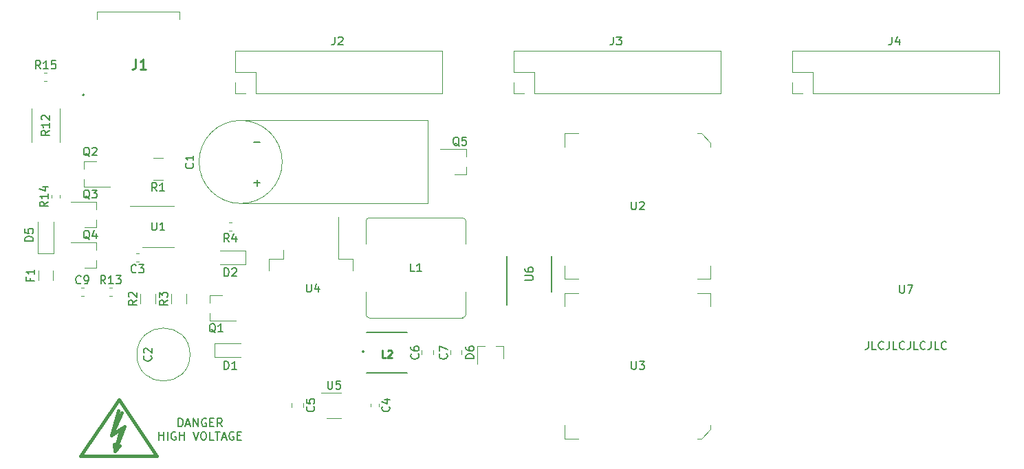
<source format=gbr>
G04 #@! TF.GenerationSoftware,KiCad,Pcbnew,5.1.4*
G04 #@! TF.CreationDate,2019-08-29T18:54:14+02:00*
G04 #@! TF.ProjectId,NixieClock,4e697869-6543-46c6-9f63-6b2e6b696361,rev?*
G04 #@! TF.SameCoordinates,Original*
G04 #@! TF.FileFunction,Legend,Top*
G04 #@! TF.FilePolarity,Positive*
%FSLAX46Y46*%
G04 Gerber Fmt 4.6, Leading zero omitted, Abs format (unit mm)*
G04 Created by KiCad (PCBNEW 5.1.4) date 2019-08-29 18:54:14*
%MOMM*%
%LPD*%
G04 APERTURE LIST*
%ADD10C,0.150000*%
%ADD11C,0.120000*%
%ADD12C,0.381000*%
%ADD13C,0.100000*%
%ADD14C,0.200000*%
%ADD15C,0.254000*%
%ADD16C,0.225000*%
G04 APERTURE END LIST*
D10*
X55333333Y-168127380D02*
X55333333Y-167127380D01*
X55571428Y-167127380D01*
X55714285Y-167175000D01*
X55809523Y-167270238D01*
X55857142Y-167365476D01*
X55904761Y-167555952D01*
X55904761Y-167698809D01*
X55857142Y-167889285D01*
X55809523Y-167984523D01*
X55714285Y-168079761D01*
X55571428Y-168127380D01*
X55333333Y-168127380D01*
X56285714Y-167841666D02*
X56761904Y-167841666D01*
X56190476Y-168127380D02*
X56523809Y-167127380D01*
X56857142Y-168127380D01*
X57190476Y-168127380D02*
X57190476Y-167127380D01*
X57761904Y-168127380D01*
X57761904Y-167127380D01*
X58761904Y-167175000D02*
X58666666Y-167127380D01*
X58523809Y-167127380D01*
X58380952Y-167175000D01*
X58285714Y-167270238D01*
X58238095Y-167365476D01*
X58190476Y-167555952D01*
X58190476Y-167698809D01*
X58238095Y-167889285D01*
X58285714Y-167984523D01*
X58380952Y-168079761D01*
X58523809Y-168127380D01*
X58619047Y-168127380D01*
X58761904Y-168079761D01*
X58809523Y-168032142D01*
X58809523Y-167698809D01*
X58619047Y-167698809D01*
X59238095Y-167603571D02*
X59571428Y-167603571D01*
X59714285Y-168127380D02*
X59238095Y-168127380D01*
X59238095Y-167127380D01*
X59714285Y-167127380D01*
X60714285Y-168127380D02*
X60380952Y-167651190D01*
X60142857Y-168127380D02*
X60142857Y-167127380D01*
X60523809Y-167127380D01*
X60619047Y-167175000D01*
X60666666Y-167222619D01*
X60714285Y-167317857D01*
X60714285Y-167460714D01*
X60666666Y-167555952D01*
X60619047Y-167603571D01*
X60523809Y-167651190D01*
X60142857Y-167651190D01*
X52952380Y-169777380D02*
X52952380Y-168777380D01*
X52952380Y-169253571D02*
X53523809Y-169253571D01*
X53523809Y-169777380D02*
X53523809Y-168777380D01*
X54000000Y-169777380D02*
X54000000Y-168777380D01*
X55000000Y-168825000D02*
X54904761Y-168777380D01*
X54761904Y-168777380D01*
X54619047Y-168825000D01*
X54523809Y-168920238D01*
X54476190Y-169015476D01*
X54428571Y-169205952D01*
X54428571Y-169348809D01*
X54476190Y-169539285D01*
X54523809Y-169634523D01*
X54619047Y-169729761D01*
X54761904Y-169777380D01*
X54857142Y-169777380D01*
X55000000Y-169729761D01*
X55047619Y-169682142D01*
X55047619Y-169348809D01*
X54857142Y-169348809D01*
X55476190Y-169777380D02*
X55476190Y-168777380D01*
X55476190Y-169253571D02*
X56047619Y-169253571D01*
X56047619Y-169777380D02*
X56047619Y-168777380D01*
X57142857Y-168777380D02*
X57476190Y-169777380D01*
X57809523Y-168777380D01*
X58333333Y-168777380D02*
X58523809Y-168777380D01*
X58619047Y-168825000D01*
X58714285Y-168920238D01*
X58761904Y-169110714D01*
X58761904Y-169444047D01*
X58714285Y-169634523D01*
X58619047Y-169729761D01*
X58523809Y-169777380D01*
X58333333Y-169777380D01*
X58238095Y-169729761D01*
X58142857Y-169634523D01*
X58095238Y-169444047D01*
X58095238Y-169110714D01*
X58142857Y-168920238D01*
X58238095Y-168825000D01*
X58333333Y-168777380D01*
X59666666Y-169777380D02*
X59190476Y-169777380D01*
X59190476Y-168777380D01*
X59857142Y-168777380D02*
X60428571Y-168777380D01*
X60142857Y-169777380D02*
X60142857Y-168777380D01*
X60714285Y-169491666D02*
X61190476Y-169491666D01*
X60619047Y-169777380D02*
X60952380Y-168777380D01*
X61285714Y-169777380D01*
X62142857Y-168825000D02*
X62047619Y-168777380D01*
X61904761Y-168777380D01*
X61761904Y-168825000D01*
X61666666Y-168920238D01*
X61619047Y-169015476D01*
X61571428Y-169205952D01*
X61571428Y-169348809D01*
X61619047Y-169539285D01*
X61666666Y-169634523D01*
X61761904Y-169729761D01*
X61904761Y-169777380D01*
X62000000Y-169777380D01*
X62142857Y-169729761D01*
X62190476Y-169682142D01*
X62190476Y-169348809D01*
X62000000Y-169348809D01*
X62619047Y-169253571D02*
X62952380Y-169253571D01*
X63095238Y-169777380D02*
X62619047Y-169777380D01*
X62619047Y-168777380D01*
X63095238Y-168777380D01*
D11*
X63000000Y-130380000D02*
X86000000Y-130380000D01*
X86000000Y-140620000D02*
X86000000Y-130400000D01*
X63000000Y-140620000D02*
X86000000Y-140620000D01*
D10*
X64619047Y-138071428D02*
X65380952Y-138071428D01*
X65000000Y-138452380D02*
X65000000Y-137690476D01*
X64619047Y-133071428D02*
X65380952Y-133071428D01*
X140290952Y-157624380D02*
X140290952Y-158338666D01*
X140243333Y-158481523D01*
X140148095Y-158576761D01*
X140005238Y-158624380D01*
X139910000Y-158624380D01*
X141243333Y-158624380D02*
X140767142Y-158624380D01*
X140767142Y-157624380D01*
X142148095Y-158529142D02*
X142100476Y-158576761D01*
X141957619Y-158624380D01*
X141862380Y-158624380D01*
X141719523Y-158576761D01*
X141624285Y-158481523D01*
X141576666Y-158386285D01*
X141529047Y-158195809D01*
X141529047Y-158052952D01*
X141576666Y-157862476D01*
X141624285Y-157767238D01*
X141719523Y-157672000D01*
X141862380Y-157624380D01*
X141957619Y-157624380D01*
X142100476Y-157672000D01*
X142148095Y-157719619D01*
X142862380Y-157624380D02*
X142862380Y-158338666D01*
X142814761Y-158481523D01*
X142719523Y-158576761D01*
X142576666Y-158624380D01*
X142481428Y-158624380D01*
X143814761Y-158624380D02*
X143338571Y-158624380D01*
X143338571Y-157624380D01*
X144719523Y-158529142D02*
X144671904Y-158576761D01*
X144529047Y-158624380D01*
X144433809Y-158624380D01*
X144290952Y-158576761D01*
X144195714Y-158481523D01*
X144148095Y-158386285D01*
X144100476Y-158195809D01*
X144100476Y-158052952D01*
X144148095Y-157862476D01*
X144195714Y-157767238D01*
X144290952Y-157672000D01*
X144433809Y-157624380D01*
X144529047Y-157624380D01*
X144671904Y-157672000D01*
X144719523Y-157719619D01*
X145433809Y-157624380D02*
X145433809Y-158338666D01*
X145386190Y-158481523D01*
X145290952Y-158576761D01*
X145148095Y-158624380D01*
X145052857Y-158624380D01*
X146386190Y-158624380D02*
X145910000Y-158624380D01*
X145910000Y-157624380D01*
X147290952Y-158529142D02*
X147243333Y-158576761D01*
X147100476Y-158624380D01*
X147005238Y-158624380D01*
X146862380Y-158576761D01*
X146767142Y-158481523D01*
X146719523Y-158386285D01*
X146671904Y-158195809D01*
X146671904Y-158052952D01*
X146719523Y-157862476D01*
X146767142Y-157767238D01*
X146862380Y-157672000D01*
X147005238Y-157624380D01*
X147100476Y-157624380D01*
X147243333Y-157672000D01*
X147290952Y-157719619D01*
X148005238Y-157624380D02*
X148005238Y-158338666D01*
X147957619Y-158481523D01*
X147862380Y-158576761D01*
X147719523Y-158624380D01*
X147624285Y-158624380D01*
X148957619Y-158624380D02*
X148481428Y-158624380D01*
X148481428Y-157624380D01*
X149862380Y-158529142D02*
X149814761Y-158576761D01*
X149671904Y-158624380D01*
X149576666Y-158624380D01*
X149433809Y-158576761D01*
X149338571Y-158481523D01*
X149290952Y-158386285D01*
X149243333Y-158195809D01*
X149243333Y-158052952D01*
X149290952Y-157862476D01*
X149338571Y-157767238D01*
X149433809Y-157672000D01*
X149576666Y-157624380D01*
X149671904Y-157624380D01*
X149814761Y-157672000D01*
X149862380Y-157719619D01*
D12*
X43301000Y-171794000D02*
X48000000Y-164809000D01*
X52699000Y-171794000D02*
X43301000Y-171794000D01*
X48000000Y-164809000D02*
X52699000Y-171794000D01*
X47502160Y-171199640D02*
X47400560Y-170300480D01*
X48299720Y-168400560D02*
X47502160Y-171199640D01*
X47100840Y-169200660D02*
X48299720Y-168400560D01*
X47900940Y-166200920D02*
X47100840Y-169200660D01*
X47502160Y-171199640D02*
X48101600Y-170501140D01*
X47100840Y-169200660D02*
X48401320Y-166399040D01*
X48701040Y-168100840D02*
X47100000Y-169200000D01*
X47502160Y-171199640D02*
X48701040Y-168100840D01*
D13*
X55447000Y-117937000D02*
X55447000Y-116937000D01*
X55447000Y-116937000D02*
X45347000Y-116937000D01*
X45347000Y-116937000D02*
X45347000Y-117937000D01*
D14*
X43647000Y-127137000D02*
X43647000Y-127137000D01*
X43647000Y-127337000D02*
X43647000Y-127337000D01*
X43647000Y-127337000D02*
G75*
G02X43647000Y-127137000I0J100000D01*
G01*
X43647000Y-127137000D02*
G75*
G02X43647000Y-127337000I0J-100000D01*
G01*
D11*
X90760000Y-137080000D02*
X89300000Y-137080000D01*
X90760000Y-133920000D02*
X87600000Y-133920000D01*
X90760000Y-133920000D02*
X90760000Y-134850000D01*
X90760000Y-137080000D02*
X90760000Y-136150000D01*
X95330000Y-158240000D02*
X95330000Y-159700000D01*
X92170000Y-158240000D02*
X92170000Y-160400000D01*
X92170000Y-158240000D02*
X93100000Y-158240000D01*
X95330000Y-158240000D02*
X94400000Y-158240000D01*
X45260000Y-148580000D02*
X43800000Y-148580000D01*
X45260000Y-145420000D02*
X42100000Y-145420000D01*
X45260000Y-145420000D02*
X45260000Y-146350000D01*
X45260000Y-148580000D02*
X45260000Y-147650000D01*
D10*
X95752000Y-153094000D02*
X95752000Y-147119000D01*
X101277000Y-151519000D02*
X101277000Y-147119000D01*
D11*
X69290000Y-165238748D02*
X69290000Y-165761252D01*
X70710000Y-165238748D02*
X70710000Y-165761252D01*
X88790000Y-158738748D02*
X88790000Y-159261252D01*
X90210000Y-158738748D02*
X90210000Y-159261252D01*
X75380000Y-163990000D02*
X72950000Y-163990000D01*
X73620000Y-167060000D02*
X75380000Y-167060000D01*
X85290000Y-158738748D02*
X85290000Y-159261252D01*
X86710000Y-158738748D02*
X86710000Y-159261252D01*
D14*
X78500000Y-156500000D02*
X83500000Y-156500000D01*
X83500000Y-161500000D02*
X78500000Y-161500000D01*
X78170000Y-158885000D02*
G75*
G03X78170000Y-158885000I-99000J0D01*
G01*
D11*
X78990000Y-165328733D02*
X78990000Y-165671267D01*
X80010000Y-165328733D02*
X80010000Y-165671267D01*
X59240000Y-151920000D02*
X60700000Y-151920000D01*
X59240000Y-155080000D02*
X62400000Y-155080000D01*
X59240000Y-155080000D02*
X59240000Y-154150000D01*
X59240000Y-151920000D02*
X59240000Y-152850000D01*
X39910000Y-150102064D02*
X39910000Y-148897936D01*
X38090000Y-150102064D02*
X38090000Y-148897936D01*
X45260000Y-143580000D02*
X43800000Y-143580000D01*
X45260000Y-140420000D02*
X42100000Y-140420000D01*
X45260000Y-140420000D02*
X45260000Y-141350000D01*
X45260000Y-143580000D02*
X45260000Y-142650000D01*
X43740000Y-135420000D02*
X45200000Y-135420000D01*
X43740000Y-138580000D02*
X46900000Y-138580000D01*
X43740000Y-138580000D02*
X43740000Y-137650000D01*
X43740000Y-135420000D02*
X43740000Y-136350000D01*
X38828733Y-125510000D02*
X39171267Y-125510000D01*
X38828733Y-124490000D02*
X39171267Y-124490000D01*
X40760000Y-139921267D02*
X40760000Y-139578733D01*
X39740000Y-139921267D02*
X39740000Y-139578733D01*
X46828733Y-152010000D02*
X47171267Y-152010000D01*
X46828733Y-150990000D02*
X47171267Y-150990000D01*
X40710000Y-133052064D02*
X40710000Y-128947936D01*
X37290000Y-133052064D02*
X37290000Y-128947936D01*
X38000000Y-146750000D02*
X38000000Y-142850000D01*
X40000000Y-146750000D02*
X40000000Y-142850000D01*
X38000000Y-146750000D02*
X40000000Y-146750000D01*
X43328733Y-152010000D02*
X43671267Y-152010000D01*
X43328733Y-150990000D02*
X43671267Y-150990000D01*
X62297000Y-127027000D02*
X62297000Y-125697000D01*
X63627000Y-127027000D02*
X62297000Y-127027000D01*
X62297000Y-124427000D02*
X62297000Y-121827000D01*
X64897000Y-124427000D02*
X62297000Y-124427000D01*
X64897000Y-127027000D02*
X64897000Y-124427000D01*
X62297000Y-121827000D02*
X87817000Y-121827000D01*
X64897000Y-127027000D02*
X87817000Y-127027000D01*
X87817000Y-127027000D02*
X87817000Y-121827000D01*
D13*
X102912000Y-151647000D02*
X102912000Y-153297000D01*
X104562000Y-151647000D02*
X102912000Y-151647000D01*
X120862000Y-151647000D02*
X120862000Y-153297000D01*
X119212000Y-151647000D02*
X120862000Y-151647000D01*
X102912000Y-169597000D02*
X102912000Y-167947000D01*
X104562000Y-169597000D02*
X102912000Y-169597000D01*
X120862000Y-168447000D02*
X120862000Y-167947000D01*
X119712000Y-169597000D02*
X120862000Y-168447000D01*
X119212000Y-169597000D02*
X119712000Y-169597000D01*
X102912000Y-149912000D02*
X104562000Y-149912000D01*
X102912000Y-148262000D02*
X102912000Y-149912000D01*
X102912000Y-131962000D02*
X104562000Y-131962000D01*
X102912000Y-133612000D02*
X102912000Y-131962000D01*
X120862000Y-149912000D02*
X119212000Y-149912000D01*
X120862000Y-148262000D02*
X120862000Y-149912000D01*
X119712000Y-131962000D02*
X119212000Y-131962000D01*
X120862000Y-133112000D02*
X119712000Y-131962000D01*
X120862000Y-133612000D02*
X120862000Y-133112000D01*
D11*
X96587000Y-127027000D02*
X96587000Y-125697000D01*
X97917000Y-127027000D02*
X96587000Y-127027000D01*
X96587000Y-124427000D02*
X96587000Y-121827000D01*
X99187000Y-124427000D02*
X96587000Y-124427000D01*
X99187000Y-127027000D02*
X99187000Y-124427000D01*
X96587000Y-121827000D02*
X122107000Y-121827000D01*
X99187000Y-127027000D02*
X122107000Y-127027000D01*
X122107000Y-127027000D02*
X122107000Y-121827000D01*
X130877000Y-127027000D02*
X130877000Y-125697000D01*
X132207000Y-127027000D02*
X130877000Y-127027000D01*
X130877000Y-124427000D02*
X130877000Y-121827000D01*
X133477000Y-124427000D02*
X130877000Y-124427000D01*
X133477000Y-127027000D02*
X133477000Y-124427000D01*
X130877000Y-121827000D02*
X156397000Y-121827000D01*
X133477000Y-127027000D02*
X156397000Y-127027000D01*
X156397000Y-127027000D02*
X156397000Y-121827000D01*
X63622000Y-148137000D02*
X60472000Y-148137000D01*
X63622000Y-146437000D02*
X60472000Y-146437000D01*
X63622000Y-148137000D02*
X63622000Y-146437000D01*
X68257000Y-147427000D02*
X68257000Y-146327000D01*
X66447000Y-147427000D02*
X68257000Y-147427000D01*
X66447000Y-148927000D02*
X66447000Y-147427000D01*
X75037000Y-147427000D02*
X75037000Y-142302000D01*
X76847000Y-147427000D02*
X75037000Y-147427000D01*
X76847000Y-148927000D02*
X76847000Y-147427000D01*
X52832000Y-140917000D02*
X49382000Y-140917000D01*
X52832000Y-140917000D02*
X54782000Y-140917000D01*
X52832000Y-146037000D02*
X50882000Y-146037000D01*
X52832000Y-146037000D02*
X54782000Y-146037000D01*
X56282000Y-152969064D02*
X56282000Y-151764936D01*
X54462000Y-152969064D02*
X54462000Y-151764936D01*
X50652000Y-151764936D02*
X50652000Y-152969064D01*
X52472000Y-151764936D02*
X52472000Y-152969064D01*
X61893267Y-142967000D02*
X61550733Y-142967000D01*
X61893267Y-143987000D02*
X61550733Y-143987000D01*
X53434064Y-135005000D02*
X52229936Y-135005000D01*
X53434064Y-137725000D02*
X52229936Y-137725000D01*
X78832000Y-154707000D02*
G75*
G02X78432000Y-154307000I0J400000D01*
G01*
X78432000Y-142807000D02*
G75*
G02X78832000Y-142407000I400000J0D01*
G01*
X90332000Y-142407000D02*
G75*
G02X90732000Y-142807000I0J-400000D01*
G01*
X90732000Y-154307000D02*
G75*
G02X90332000Y-154707000I-400000J0D01*
G01*
X78432000Y-145557000D02*
X78432000Y-142807000D01*
X90732000Y-145557000D02*
X90732000Y-142807000D01*
X78432000Y-154307000D02*
X78432000Y-151557000D01*
X78832000Y-142407000D02*
X90332000Y-142407000D01*
X90732000Y-154307000D02*
X90732000Y-151557000D01*
X90332000Y-154707000D02*
X78832000Y-154707000D01*
X59822000Y-157867000D02*
X62972000Y-157867000D01*
X59822000Y-159567000D02*
X62972000Y-159567000D01*
X59822000Y-157867000D02*
X59822000Y-159567000D01*
X56770000Y-159250000D02*
G75*
G03X56770000Y-159250000I-3270000J0D01*
G01*
X68120000Y-135500000D02*
G75*
G03X68120000Y-135500000I-5120000J0D01*
G01*
X50454779Y-146777000D02*
X50129221Y-146777000D01*
X50454779Y-147797000D02*
X50129221Y-147797000D01*
D15*
X50076666Y-122804523D02*
X50076666Y-123711666D01*
X50016190Y-123893095D01*
X49895238Y-124014047D01*
X49713809Y-124074523D01*
X49592857Y-124074523D01*
X51346666Y-124074523D02*
X50620952Y-124074523D01*
X50983809Y-124074523D02*
X50983809Y-122804523D01*
X50862857Y-122985952D01*
X50741904Y-123106904D01*
X50620952Y-123167380D01*
D10*
X89904761Y-133547619D02*
X89809523Y-133500000D01*
X89714285Y-133404761D01*
X89571428Y-133261904D01*
X89476190Y-133214285D01*
X89380952Y-133214285D01*
X89428571Y-133452380D02*
X89333333Y-133404761D01*
X89238095Y-133309523D01*
X89190476Y-133119047D01*
X89190476Y-132785714D01*
X89238095Y-132595238D01*
X89333333Y-132500000D01*
X89428571Y-132452380D01*
X89619047Y-132452380D01*
X89714285Y-132500000D01*
X89809523Y-132595238D01*
X89857142Y-132785714D01*
X89857142Y-133119047D01*
X89809523Y-133309523D01*
X89714285Y-133404761D01*
X89619047Y-133452380D01*
X89428571Y-133452380D01*
X90761904Y-132452380D02*
X90285714Y-132452380D01*
X90238095Y-132928571D01*
X90285714Y-132880952D01*
X90380952Y-132833333D01*
X90619047Y-132833333D01*
X90714285Y-132880952D01*
X90761904Y-132928571D01*
X90809523Y-133023809D01*
X90809523Y-133261904D01*
X90761904Y-133357142D01*
X90714285Y-133404761D01*
X90619047Y-133452380D01*
X90380952Y-133452380D01*
X90285714Y-133404761D01*
X90238095Y-133357142D01*
X144145095Y-150676380D02*
X144145095Y-151485904D01*
X144192714Y-151581142D01*
X144240333Y-151628761D01*
X144335571Y-151676380D01*
X144526047Y-151676380D01*
X144621285Y-151628761D01*
X144668904Y-151581142D01*
X144716523Y-151485904D01*
X144716523Y-150676380D01*
X145097476Y-150676380D02*
X145764142Y-150676380D01*
X145335571Y-151676380D01*
X91702380Y-159738095D02*
X90702380Y-159738095D01*
X90702380Y-159500000D01*
X90750000Y-159357142D01*
X90845238Y-159261904D01*
X90940476Y-159214285D01*
X91130952Y-159166666D01*
X91273809Y-159166666D01*
X91464285Y-159214285D01*
X91559523Y-159261904D01*
X91654761Y-159357142D01*
X91702380Y-159500000D01*
X91702380Y-159738095D01*
X90702380Y-158309523D02*
X90702380Y-158500000D01*
X90750000Y-158595238D01*
X90797619Y-158642857D01*
X90940476Y-158738095D01*
X91130952Y-158785714D01*
X91511904Y-158785714D01*
X91607142Y-158738095D01*
X91654761Y-158690476D01*
X91702380Y-158595238D01*
X91702380Y-158404761D01*
X91654761Y-158309523D01*
X91607142Y-158261904D01*
X91511904Y-158214285D01*
X91273809Y-158214285D01*
X91178571Y-158261904D01*
X91130952Y-158309523D01*
X91083333Y-158404761D01*
X91083333Y-158595238D01*
X91130952Y-158690476D01*
X91178571Y-158738095D01*
X91273809Y-158785714D01*
X44404761Y-145047619D02*
X44309523Y-145000000D01*
X44214285Y-144904761D01*
X44071428Y-144761904D01*
X43976190Y-144714285D01*
X43880952Y-144714285D01*
X43928571Y-144952380D02*
X43833333Y-144904761D01*
X43738095Y-144809523D01*
X43690476Y-144619047D01*
X43690476Y-144285714D01*
X43738095Y-144095238D01*
X43833333Y-144000000D01*
X43928571Y-143952380D01*
X44119047Y-143952380D01*
X44214285Y-144000000D01*
X44309523Y-144095238D01*
X44357142Y-144285714D01*
X44357142Y-144619047D01*
X44309523Y-144809523D01*
X44214285Y-144904761D01*
X44119047Y-144952380D01*
X43928571Y-144952380D01*
X45214285Y-144285714D02*
X45214285Y-144952380D01*
X44976190Y-143904761D02*
X44738095Y-144619047D01*
X45357142Y-144619047D01*
X98004380Y-150080904D02*
X98813904Y-150080904D01*
X98909142Y-150033285D01*
X98956761Y-149985666D01*
X99004380Y-149890428D01*
X99004380Y-149699952D01*
X98956761Y-149604714D01*
X98909142Y-149557095D01*
X98813904Y-149509476D01*
X98004380Y-149509476D01*
X98004380Y-148604714D02*
X98004380Y-148795190D01*
X98052000Y-148890428D01*
X98099619Y-148938047D01*
X98242476Y-149033285D01*
X98432952Y-149080904D01*
X98813904Y-149080904D01*
X98909142Y-149033285D01*
X98956761Y-148985666D01*
X99004380Y-148890428D01*
X99004380Y-148699952D01*
X98956761Y-148604714D01*
X98909142Y-148557095D01*
X98813904Y-148509476D01*
X98575809Y-148509476D01*
X98480571Y-148557095D01*
X98432952Y-148604714D01*
X98385333Y-148699952D01*
X98385333Y-148890428D01*
X98432952Y-148985666D01*
X98480571Y-149033285D01*
X98575809Y-149080904D01*
X72007142Y-165666666D02*
X72054761Y-165714285D01*
X72102380Y-165857142D01*
X72102380Y-165952380D01*
X72054761Y-166095238D01*
X71959523Y-166190476D01*
X71864285Y-166238095D01*
X71673809Y-166285714D01*
X71530952Y-166285714D01*
X71340476Y-166238095D01*
X71245238Y-166190476D01*
X71150000Y-166095238D01*
X71102380Y-165952380D01*
X71102380Y-165857142D01*
X71150000Y-165714285D01*
X71197619Y-165666666D01*
X71102380Y-164761904D02*
X71102380Y-165238095D01*
X71578571Y-165285714D01*
X71530952Y-165238095D01*
X71483333Y-165142857D01*
X71483333Y-164904761D01*
X71530952Y-164809523D01*
X71578571Y-164761904D01*
X71673809Y-164714285D01*
X71911904Y-164714285D01*
X72007142Y-164761904D01*
X72054761Y-164809523D01*
X72102380Y-164904761D01*
X72102380Y-165142857D01*
X72054761Y-165238095D01*
X72007142Y-165285714D01*
X88357142Y-159166666D02*
X88404761Y-159214285D01*
X88452380Y-159357142D01*
X88452380Y-159452380D01*
X88404761Y-159595238D01*
X88309523Y-159690476D01*
X88214285Y-159738095D01*
X88023809Y-159785714D01*
X87880952Y-159785714D01*
X87690476Y-159738095D01*
X87595238Y-159690476D01*
X87500000Y-159595238D01*
X87452380Y-159452380D01*
X87452380Y-159357142D01*
X87500000Y-159214285D01*
X87547619Y-159166666D01*
X87452380Y-158833333D02*
X87452380Y-158166666D01*
X88452380Y-158595238D01*
X73738095Y-162502380D02*
X73738095Y-163311904D01*
X73785714Y-163407142D01*
X73833333Y-163454761D01*
X73928571Y-163502380D01*
X74119047Y-163502380D01*
X74214285Y-163454761D01*
X74261904Y-163407142D01*
X74309523Y-163311904D01*
X74309523Y-162502380D01*
X75261904Y-162502380D02*
X74785714Y-162502380D01*
X74738095Y-162978571D01*
X74785714Y-162930952D01*
X74880952Y-162883333D01*
X75119047Y-162883333D01*
X75214285Y-162930952D01*
X75261904Y-162978571D01*
X75309523Y-163073809D01*
X75309523Y-163311904D01*
X75261904Y-163407142D01*
X75214285Y-163454761D01*
X75119047Y-163502380D01*
X74880952Y-163502380D01*
X74785714Y-163454761D01*
X74738095Y-163407142D01*
X84857142Y-159166666D02*
X84904761Y-159214285D01*
X84952380Y-159357142D01*
X84952380Y-159452380D01*
X84904761Y-159595238D01*
X84809523Y-159690476D01*
X84714285Y-159738095D01*
X84523809Y-159785714D01*
X84380952Y-159785714D01*
X84190476Y-159738095D01*
X84095238Y-159690476D01*
X84000000Y-159595238D01*
X83952380Y-159452380D01*
X83952380Y-159357142D01*
X84000000Y-159214285D01*
X84047619Y-159166666D01*
X83952380Y-158309523D02*
X83952380Y-158500000D01*
X84000000Y-158595238D01*
X84047619Y-158642857D01*
X84190476Y-158738095D01*
X84380952Y-158785714D01*
X84761904Y-158785714D01*
X84857142Y-158738095D01*
X84904761Y-158690476D01*
X84952380Y-158595238D01*
X84952380Y-158404761D01*
X84904761Y-158309523D01*
X84857142Y-158261904D01*
X84761904Y-158214285D01*
X84523809Y-158214285D01*
X84428571Y-158261904D01*
X84380952Y-158309523D01*
X84333333Y-158404761D01*
X84333333Y-158595238D01*
X84380952Y-158690476D01*
X84428571Y-158738095D01*
X84523809Y-158785714D01*
D16*
X80850000Y-159642142D02*
X80421428Y-159642142D01*
X80421428Y-158742142D01*
X81107142Y-158827857D02*
X81150000Y-158785000D01*
X81235714Y-158742142D01*
X81450000Y-158742142D01*
X81535714Y-158785000D01*
X81578571Y-158827857D01*
X81621428Y-158913571D01*
X81621428Y-158999285D01*
X81578571Y-159127857D01*
X81064285Y-159642142D01*
X81621428Y-159642142D01*
D10*
X81287142Y-165666666D02*
X81334761Y-165714285D01*
X81382380Y-165857142D01*
X81382380Y-165952380D01*
X81334761Y-166095238D01*
X81239523Y-166190476D01*
X81144285Y-166238095D01*
X80953809Y-166285714D01*
X80810952Y-166285714D01*
X80620476Y-166238095D01*
X80525238Y-166190476D01*
X80430000Y-166095238D01*
X80382380Y-165952380D01*
X80382380Y-165857142D01*
X80430000Y-165714285D01*
X80477619Y-165666666D01*
X80715714Y-164809523D02*
X81382380Y-164809523D01*
X80334761Y-165047619D02*
X81049047Y-165285714D01*
X81049047Y-164666666D01*
X59904761Y-156547619D02*
X59809523Y-156500000D01*
X59714285Y-156404761D01*
X59571428Y-156261904D01*
X59476190Y-156214285D01*
X59380952Y-156214285D01*
X59428571Y-156452380D02*
X59333333Y-156404761D01*
X59238095Y-156309523D01*
X59190476Y-156119047D01*
X59190476Y-155785714D01*
X59238095Y-155595238D01*
X59333333Y-155500000D01*
X59428571Y-155452380D01*
X59619047Y-155452380D01*
X59714285Y-155500000D01*
X59809523Y-155595238D01*
X59857142Y-155785714D01*
X59857142Y-156119047D01*
X59809523Y-156309523D01*
X59714285Y-156404761D01*
X59619047Y-156452380D01*
X59428571Y-156452380D01*
X60809523Y-156452380D02*
X60238095Y-156452380D01*
X60523809Y-156452380D02*
X60523809Y-155452380D01*
X60428571Y-155595238D01*
X60333333Y-155690476D01*
X60238095Y-155738095D01*
X37108571Y-149833333D02*
X37108571Y-150166666D01*
X37632380Y-150166666D02*
X36632380Y-150166666D01*
X36632380Y-149690476D01*
X37632380Y-148785714D02*
X37632380Y-149357142D01*
X37632380Y-149071428D02*
X36632380Y-149071428D01*
X36775238Y-149166666D01*
X36870476Y-149261904D01*
X36918095Y-149357142D01*
X44404761Y-140047619D02*
X44309523Y-140000000D01*
X44214285Y-139904761D01*
X44071428Y-139761904D01*
X43976190Y-139714285D01*
X43880952Y-139714285D01*
X43928571Y-139952380D02*
X43833333Y-139904761D01*
X43738095Y-139809523D01*
X43690476Y-139619047D01*
X43690476Y-139285714D01*
X43738095Y-139095238D01*
X43833333Y-139000000D01*
X43928571Y-138952380D01*
X44119047Y-138952380D01*
X44214285Y-139000000D01*
X44309523Y-139095238D01*
X44357142Y-139285714D01*
X44357142Y-139619047D01*
X44309523Y-139809523D01*
X44214285Y-139904761D01*
X44119047Y-139952380D01*
X43928571Y-139952380D01*
X44690476Y-138952380D02*
X45309523Y-138952380D01*
X44976190Y-139333333D01*
X45119047Y-139333333D01*
X45214285Y-139380952D01*
X45261904Y-139428571D01*
X45309523Y-139523809D01*
X45309523Y-139761904D01*
X45261904Y-139857142D01*
X45214285Y-139904761D01*
X45119047Y-139952380D01*
X44833333Y-139952380D01*
X44738095Y-139904761D01*
X44690476Y-139857142D01*
X44404761Y-134797619D02*
X44309523Y-134750000D01*
X44214285Y-134654761D01*
X44071428Y-134511904D01*
X43976190Y-134464285D01*
X43880952Y-134464285D01*
X43928571Y-134702380D02*
X43833333Y-134654761D01*
X43738095Y-134559523D01*
X43690476Y-134369047D01*
X43690476Y-134035714D01*
X43738095Y-133845238D01*
X43833333Y-133750000D01*
X43928571Y-133702380D01*
X44119047Y-133702380D01*
X44214285Y-133750000D01*
X44309523Y-133845238D01*
X44357142Y-134035714D01*
X44357142Y-134369047D01*
X44309523Y-134559523D01*
X44214285Y-134654761D01*
X44119047Y-134702380D01*
X43928571Y-134702380D01*
X44738095Y-133797619D02*
X44785714Y-133750000D01*
X44880952Y-133702380D01*
X45119047Y-133702380D01*
X45214285Y-133750000D01*
X45261904Y-133797619D01*
X45309523Y-133892857D01*
X45309523Y-133988095D01*
X45261904Y-134130952D01*
X44690476Y-134702380D01*
X45309523Y-134702380D01*
X38357142Y-124022380D02*
X38023809Y-123546190D01*
X37785714Y-124022380D02*
X37785714Y-123022380D01*
X38166666Y-123022380D01*
X38261904Y-123070000D01*
X38309523Y-123117619D01*
X38357142Y-123212857D01*
X38357142Y-123355714D01*
X38309523Y-123450952D01*
X38261904Y-123498571D01*
X38166666Y-123546190D01*
X37785714Y-123546190D01*
X39309523Y-124022380D02*
X38738095Y-124022380D01*
X39023809Y-124022380D02*
X39023809Y-123022380D01*
X38928571Y-123165238D01*
X38833333Y-123260476D01*
X38738095Y-123308095D01*
X40214285Y-123022380D02*
X39738095Y-123022380D01*
X39690476Y-123498571D01*
X39738095Y-123450952D01*
X39833333Y-123403333D01*
X40071428Y-123403333D01*
X40166666Y-123450952D01*
X40214285Y-123498571D01*
X40261904Y-123593809D01*
X40261904Y-123831904D01*
X40214285Y-123927142D01*
X40166666Y-123974761D01*
X40071428Y-124022380D01*
X39833333Y-124022380D01*
X39738095Y-123974761D01*
X39690476Y-123927142D01*
X39272380Y-140392857D02*
X38796190Y-140726190D01*
X39272380Y-140964285D02*
X38272380Y-140964285D01*
X38272380Y-140583333D01*
X38320000Y-140488095D01*
X38367619Y-140440476D01*
X38462857Y-140392857D01*
X38605714Y-140392857D01*
X38700952Y-140440476D01*
X38748571Y-140488095D01*
X38796190Y-140583333D01*
X38796190Y-140964285D01*
X39272380Y-139440476D02*
X39272380Y-140011904D01*
X39272380Y-139726190D02*
X38272380Y-139726190D01*
X38415238Y-139821428D01*
X38510476Y-139916666D01*
X38558095Y-140011904D01*
X38605714Y-138583333D02*
X39272380Y-138583333D01*
X38224761Y-138821428D02*
X38939047Y-139059523D01*
X38939047Y-138440476D01*
X46357142Y-150522380D02*
X46023809Y-150046190D01*
X45785714Y-150522380D02*
X45785714Y-149522380D01*
X46166666Y-149522380D01*
X46261904Y-149570000D01*
X46309523Y-149617619D01*
X46357142Y-149712857D01*
X46357142Y-149855714D01*
X46309523Y-149950952D01*
X46261904Y-149998571D01*
X46166666Y-150046190D01*
X45785714Y-150046190D01*
X47309523Y-150522380D02*
X46738095Y-150522380D01*
X47023809Y-150522380D02*
X47023809Y-149522380D01*
X46928571Y-149665238D01*
X46833333Y-149760476D01*
X46738095Y-149808095D01*
X47642857Y-149522380D02*
X48261904Y-149522380D01*
X47928571Y-149903333D01*
X48071428Y-149903333D01*
X48166666Y-149950952D01*
X48214285Y-149998571D01*
X48261904Y-150093809D01*
X48261904Y-150331904D01*
X48214285Y-150427142D01*
X48166666Y-150474761D01*
X48071428Y-150522380D01*
X47785714Y-150522380D01*
X47690476Y-150474761D01*
X47642857Y-150427142D01*
X39452380Y-131642857D02*
X38976190Y-131976190D01*
X39452380Y-132214285D02*
X38452380Y-132214285D01*
X38452380Y-131833333D01*
X38500000Y-131738095D01*
X38547619Y-131690476D01*
X38642857Y-131642857D01*
X38785714Y-131642857D01*
X38880952Y-131690476D01*
X38928571Y-131738095D01*
X38976190Y-131833333D01*
X38976190Y-132214285D01*
X39452380Y-130690476D02*
X39452380Y-131261904D01*
X39452380Y-130976190D02*
X38452380Y-130976190D01*
X38595238Y-131071428D01*
X38690476Y-131166666D01*
X38738095Y-131261904D01*
X38547619Y-130309523D02*
X38500000Y-130261904D01*
X38452380Y-130166666D01*
X38452380Y-129928571D01*
X38500000Y-129833333D01*
X38547619Y-129785714D01*
X38642857Y-129738095D01*
X38738095Y-129738095D01*
X38880952Y-129785714D01*
X39452380Y-130357142D01*
X39452380Y-129738095D01*
X37452380Y-145238095D02*
X36452380Y-145238095D01*
X36452380Y-145000000D01*
X36500000Y-144857142D01*
X36595238Y-144761904D01*
X36690476Y-144714285D01*
X36880952Y-144666666D01*
X37023809Y-144666666D01*
X37214285Y-144714285D01*
X37309523Y-144761904D01*
X37404761Y-144857142D01*
X37452380Y-145000000D01*
X37452380Y-145238095D01*
X36452380Y-143761904D02*
X36452380Y-144238095D01*
X36928571Y-144285714D01*
X36880952Y-144238095D01*
X36833333Y-144142857D01*
X36833333Y-143904761D01*
X36880952Y-143809523D01*
X36928571Y-143761904D01*
X37023809Y-143714285D01*
X37261904Y-143714285D01*
X37357142Y-143761904D01*
X37404761Y-143809523D01*
X37452380Y-143904761D01*
X37452380Y-144142857D01*
X37404761Y-144238095D01*
X37357142Y-144285714D01*
X43333333Y-150427142D02*
X43285714Y-150474761D01*
X43142857Y-150522380D01*
X43047619Y-150522380D01*
X42904761Y-150474761D01*
X42809523Y-150379523D01*
X42761904Y-150284285D01*
X42714285Y-150093809D01*
X42714285Y-149950952D01*
X42761904Y-149760476D01*
X42809523Y-149665238D01*
X42904761Y-149570000D01*
X43047619Y-149522380D01*
X43142857Y-149522380D01*
X43285714Y-149570000D01*
X43333333Y-149617619D01*
X43809523Y-150522380D02*
X44000000Y-150522380D01*
X44095238Y-150474761D01*
X44142857Y-150427142D01*
X44238095Y-150284285D01*
X44285714Y-150093809D01*
X44285714Y-149712857D01*
X44238095Y-149617619D01*
X44190476Y-149570000D01*
X44095238Y-149522380D01*
X43904761Y-149522380D01*
X43809523Y-149570000D01*
X43761904Y-149617619D01*
X43714285Y-149712857D01*
X43714285Y-149950952D01*
X43761904Y-150046190D01*
X43809523Y-150093809D01*
X43904761Y-150141428D01*
X44095238Y-150141428D01*
X44190476Y-150093809D01*
X44238095Y-150046190D01*
X44285714Y-149950952D01*
X74596666Y-120069380D02*
X74596666Y-120783666D01*
X74549047Y-120926523D01*
X74453809Y-121021761D01*
X74310952Y-121069380D01*
X74215714Y-121069380D01*
X75025238Y-120164619D02*
X75072857Y-120117000D01*
X75168095Y-120069380D01*
X75406190Y-120069380D01*
X75501428Y-120117000D01*
X75549047Y-120164619D01*
X75596666Y-120259857D01*
X75596666Y-120355095D01*
X75549047Y-120497952D01*
X74977619Y-121069380D01*
X75596666Y-121069380D01*
X111125095Y-160074380D02*
X111125095Y-160883904D01*
X111172714Y-160979142D01*
X111220333Y-161026761D01*
X111315571Y-161074380D01*
X111506047Y-161074380D01*
X111601285Y-161026761D01*
X111648904Y-160979142D01*
X111696523Y-160883904D01*
X111696523Y-160074380D01*
X112077476Y-160074380D02*
X112696523Y-160074380D01*
X112363190Y-160455333D01*
X112506047Y-160455333D01*
X112601285Y-160502952D01*
X112648904Y-160550571D01*
X112696523Y-160645809D01*
X112696523Y-160883904D01*
X112648904Y-160979142D01*
X112601285Y-161026761D01*
X112506047Y-161074380D01*
X112220333Y-161074380D01*
X112125095Y-161026761D01*
X112077476Y-160979142D01*
X111125095Y-140389380D02*
X111125095Y-141198904D01*
X111172714Y-141294142D01*
X111220333Y-141341761D01*
X111315571Y-141389380D01*
X111506047Y-141389380D01*
X111601285Y-141341761D01*
X111648904Y-141294142D01*
X111696523Y-141198904D01*
X111696523Y-140389380D01*
X112125095Y-140484619D02*
X112172714Y-140437000D01*
X112267952Y-140389380D01*
X112506047Y-140389380D01*
X112601285Y-140437000D01*
X112648904Y-140484619D01*
X112696523Y-140579857D01*
X112696523Y-140675095D01*
X112648904Y-140817952D01*
X112077476Y-141389380D01*
X112696523Y-141389380D01*
X108886666Y-120069380D02*
X108886666Y-120783666D01*
X108839047Y-120926523D01*
X108743809Y-121021761D01*
X108600952Y-121069380D01*
X108505714Y-121069380D01*
X109267619Y-120069380D02*
X109886666Y-120069380D01*
X109553333Y-120450333D01*
X109696190Y-120450333D01*
X109791428Y-120497952D01*
X109839047Y-120545571D01*
X109886666Y-120640809D01*
X109886666Y-120878904D01*
X109839047Y-120974142D01*
X109791428Y-121021761D01*
X109696190Y-121069380D01*
X109410476Y-121069380D01*
X109315238Y-121021761D01*
X109267619Y-120974142D01*
X143176666Y-120069380D02*
X143176666Y-120783666D01*
X143129047Y-120926523D01*
X143033809Y-121021761D01*
X142890952Y-121069380D01*
X142795714Y-121069380D01*
X144081428Y-120402714D02*
X144081428Y-121069380D01*
X143843333Y-120021761D02*
X143605238Y-120736047D01*
X144224285Y-120736047D01*
X60983904Y-149589380D02*
X60983904Y-148589380D01*
X61222000Y-148589380D01*
X61364857Y-148637000D01*
X61460095Y-148732238D01*
X61507714Y-148827476D01*
X61555333Y-149017952D01*
X61555333Y-149160809D01*
X61507714Y-149351285D01*
X61460095Y-149446523D01*
X61364857Y-149541761D01*
X61222000Y-149589380D01*
X60983904Y-149589380D01*
X61936285Y-148684619D02*
X61983904Y-148637000D01*
X62079142Y-148589380D01*
X62317238Y-148589380D01*
X62412476Y-148637000D01*
X62460095Y-148684619D01*
X62507714Y-148779857D01*
X62507714Y-148875095D01*
X62460095Y-149017952D01*
X61888666Y-149589380D01*
X62507714Y-149589380D01*
X71120095Y-150549380D02*
X71120095Y-151358904D01*
X71167714Y-151454142D01*
X71215333Y-151501761D01*
X71310571Y-151549380D01*
X71501047Y-151549380D01*
X71596285Y-151501761D01*
X71643904Y-151454142D01*
X71691523Y-151358904D01*
X71691523Y-150549380D01*
X72596285Y-150882714D02*
X72596285Y-151549380D01*
X72358190Y-150501761D02*
X72120095Y-151216047D01*
X72739142Y-151216047D01*
X52070095Y-142929380D02*
X52070095Y-143738904D01*
X52117714Y-143834142D01*
X52165333Y-143881761D01*
X52260571Y-143929380D01*
X52451047Y-143929380D01*
X52546285Y-143881761D01*
X52593904Y-143834142D01*
X52641523Y-143738904D01*
X52641523Y-142929380D01*
X53641523Y-143929380D02*
X53070095Y-143929380D01*
X53355809Y-143929380D02*
X53355809Y-142929380D01*
X53260571Y-143072238D01*
X53165333Y-143167476D01*
X53070095Y-143215095D01*
X54004380Y-152533666D02*
X53528190Y-152867000D01*
X54004380Y-153105095D02*
X53004380Y-153105095D01*
X53004380Y-152724142D01*
X53052000Y-152628904D01*
X53099619Y-152581285D01*
X53194857Y-152533666D01*
X53337714Y-152533666D01*
X53432952Y-152581285D01*
X53480571Y-152628904D01*
X53528190Y-152724142D01*
X53528190Y-153105095D01*
X53004380Y-152200333D02*
X53004380Y-151581285D01*
X53385333Y-151914619D01*
X53385333Y-151771761D01*
X53432952Y-151676523D01*
X53480571Y-151628904D01*
X53575809Y-151581285D01*
X53813904Y-151581285D01*
X53909142Y-151628904D01*
X53956761Y-151676523D01*
X54004380Y-151771761D01*
X54004380Y-152057476D01*
X53956761Y-152152714D01*
X53909142Y-152200333D01*
X50194380Y-152533666D02*
X49718190Y-152867000D01*
X50194380Y-153105095D02*
X49194380Y-153105095D01*
X49194380Y-152724142D01*
X49242000Y-152628904D01*
X49289619Y-152581285D01*
X49384857Y-152533666D01*
X49527714Y-152533666D01*
X49622952Y-152581285D01*
X49670571Y-152628904D01*
X49718190Y-152724142D01*
X49718190Y-153105095D01*
X49289619Y-152152714D02*
X49242000Y-152105095D01*
X49194380Y-152009857D01*
X49194380Y-151771761D01*
X49242000Y-151676523D01*
X49289619Y-151628904D01*
X49384857Y-151581285D01*
X49480095Y-151581285D01*
X49622952Y-151628904D01*
X50194380Y-152200333D01*
X50194380Y-151581285D01*
X61555333Y-145359380D02*
X61222000Y-144883190D01*
X60983904Y-145359380D02*
X60983904Y-144359380D01*
X61364857Y-144359380D01*
X61460095Y-144407000D01*
X61507714Y-144454619D01*
X61555333Y-144549857D01*
X61555333Y-144692714D01*
X61507714Y-144787952D01*
X61460095Y-144835571D01*
X61364857Y-144883190D01*
X60983904Y-144883190D01*
X62412476Y-144692714D02*
X62412476Y-145359380D01*
X62174380Y-144311761D02*
X61936285Y-145026047D01*
X62555333Y-145026047D01*
X52665333Y-139097380D02*
X52332000Y-138621190D01*
X52093904Y-139097380D02*
X52093904Y-138097380D01*
X52474857Y-138097380D01*
X52570095Y-138145000D01*
X52617714Y-138192619D01*
X52665333Y-138287857D01*
X52665333Y-138430714D01*
X52617714Y-138525952D01*
X52570095Y-138573571D01*
X52474857Y-138621190D01*
X52093904Y-138621190D01*
X53617714Y-139097380D02*
X53046285Y-139097380D01*
X53332000Y-139097380D02*
X53332000Y-138097380D01*
X53236761Y-138240238D01*
X53141523Y-138335476D01*
X53046285Y-138383095D01*
X84415333Y-149009380D02*
X83939142Y-149009380D01*
X83939142Y-148009380D01*
X85272476Y-149009380D02*
X84701047Y-149009380D01*
X84986761Y-149009380D02*
X84986761Y-148009380D01*
X84891523Y-148152238D01*
X84796285Y-148247476D01*
X84701047Y-148295095D01*
X60983904Y-161074380D02*
X60983904Y-160074380D01*
X61222000Y-160074380D01*
X61364857Y-160122000D01*
X61460095Y-160217238D01*
X61507714Y-160312476D01*
X61555333Y-160502952D01*
X61555333Y-160645809D01*
X61507714Y-160836285D01*
X61460095Y-160931523D01*
X61364857Y-161026761D01*
X61222000Y-161074380D01*
X60983904Y-161074380D01*
X62507714Y-161074380D02*
X61936285Y-161074380D01*
X62222000Y-161074380D02*
X62222000Y-160074380D01*
X62126761Y-160217238D01*
X62031523Y-160312476D01*
X61936285Y-160360095D01*
X51952142Y-159416666D02*
X51999761Y-159464285D01*
X52047380Y-159607142D01*
X52047380Y-159702380D01*
X51999761Y-159845238D01*
X51904523Y-159940476D01*
X51809285Y-159988095D01*
X51618809Y-160035714D01*
X51475952Y-160035714D01*
X51285476Y-159988095D01*
X51190238Y-159940476D01*
X51095000Y-159845238D01*
X51047380Y-159702380D01*
X51047380Y-159607142D01*
X51095000Y-159464285D01*
X51142619Y-159416666D01*
X51142619Y-159035714D02*
X51095000Y-158988095D01*
X51047380Y-158892857D01*
X51047380Y-158654761D01*
X51095000Y-158559523D01*
X51142619Y-158511904D01*
X51237857Y-158464285D01*
X51333095Y-158464285D01*
X51475952Y-158511904D01*
X52047380Y-159083333D01*
X52047380Y-158464285D01*
X57107142Y-135666666D02*
X57154761Y-135714285D01*
X57202380Y-135857142D01*
X57202380Y-135952380D01*
X57154761Y-136095238D01*
X57059523Y-136190476D01*
X56964285Y-136238095D01*
X56773809Y-136285714D01*
X56630952Y-136285714D01*
X56440476Y-136238095D01*
X56345238Y-136190476D01*
X56250000Y-136095238D01*
X56202380Y-135952380D01*
X56202380Y-135857142D01*
X56250000Y-135714285D01*
X56297619Y-135666666D01*
X57202380Y-134714285D02*
X57202380Y-135285714D01*
X57202380Y-135000000D02*
X56202380Y-135000000D01*
X56345238Y-135095238D01*
X56440476Y-135190476D01*
X56488095Y-135285714D01*
X50125333Y-149074142D02*
X50077714Y-149121761D01*
X49934857Y-149169380D01*
X49839619Y-149169380D01*
X49696761Y-149121761D01*
X49601523Y-149026523D01*
X49553904Y-148931285D01*
X49506285Y-148740809D01*
X49506285Y-148597952D01*
X49553904Y-148407476D01*
X49601523Y-148312238D01*
X49696761Y-148217000D01*
X49839619Y-148169380D01*
X49934857Y-148169380D01*
X50077714Y-148217000D01*
X50125333Y-148264619D01*
X50458666Y-148169380D02*
X51077714Y-148169380D01*
X50744380Y-148550333D01*
X50887238Y-148550333D01*
X50982476Y-148597952D01*
X51030095Y-148645571D01*
X51077714Y-148740809D01*
X51077714Y-148978904D01*
X51030095Y-149074142D01*
X50982476Y-149121761D01*
X50887238Y-149169380D01*
X50601523Y-149169380D01*
X50506285Y-149121761D01*
X50458666Y-149074142D01*
M02*

</source>
